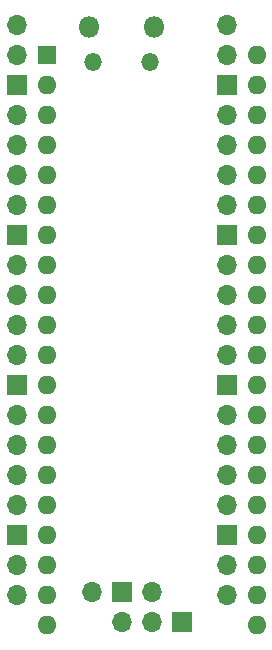
<source format=gbr>
%TF.GenerationSoftware,KiCad,Pcbnew,(5.1.9)-1*%
%TF.CreationDate,2021-10-31T23:11:17+08:00*%
%TF.ProjectId,PinRemapInterposer,50696e52-656d-4617-9049-6e746572706f,rev?*%
%TF.SameCoordinates,Original*%
%TF.FileFunction,Soldermask,Bot*%
%TF.FilePolarity,Negative*%
%FSLAX46Y46*%
G04 Gerber Fmt 4.6, Leading zero omitted, Abs format (unit mm)*
G04 Created by KiCad (PCBNEW (5.1.9)-1) date 2021-10-31 23:11:17*
%MOMM*%
%LPD*%
G01*
G04 APERTURE LIST*
%ADD10O,1.700000X1.700000*%
%ADD11R,1.700000X1.700000*%
%ADD12O,1.500000X1.500000*%
%ADD13O,1.800000X1.800000*%
%ADD14O,1.600000X1.600000*%
%ADD15R,1.600000X1.600000*%
G04 APERTURE END LIST*
D10*
%TO.C,J2*%
X143510000Y-161060000D03*
X146050000Y-161060000D03*
D11*
X148590000Y-161060000D03*
%TD*%
D10*
%TO.C,U5*%
X146050000Y-158520000D03*
D11*
X143510000Y-158520000D03*
D10*
X140970000Y-158520000D03*
D12*
X145935000Y-113650000D03*
X141085000Y-113650000D03*
D13*
X146235000Y-110620000D03*
X140785000Y-110620000D03*
D10*
X152400000Y-110490000D03*
X152400000Y-113030000D03*
D11*
X152400000Y-115570000D03*
D10*
X152400000Y-118110000D03*
X152400000Y-120650000D03*
X152400000Y-123190000D03*
X152400000Y-125730000D03*
D11*
X152400000Y-128270000D03*
D10*
X152400000Y-130810000D03*
X152400000Y-133350000D03*
X152400000Y-135890000D03*
X152400000Y-138430000D03*
D11*
X152400000Y-140970000D03*
D10*
X152400000Y-143510000D03*
X152400000Y-146050000D03*
X152400000Y-148590000D03*
X152400000Y-151130000D03*
D11*
X152400000Y-153670000D03*
D10*
X152400000Y-156210000D03*
X152400000Y-158750000D03*
X134620000Y-158750000D03*
X134620000Y-156210000D03*
D11*
X134620000Y-153670000D03*
D10*
X134620000Y-151130000D03*
X134620000Y-148590000D03*
X134620000Y-146050000D03*
X134620000Y-143510000D03*
D11*
X134620000Y-140970000D03*
D10*
X134620000Y-138430000D03*
X134620000Y-135890000D03*
X134620000Y-133350000D03*
X134620000Y-130810000D03*
D11*
X134620000Y-128270000D03*
D10*
X134620000Y-125730000D03*
X134620000Y-123190000D03*
X134620000Y-120650000D03*
X134620000Y-118110000D03*
D11*
X134620000Y-115570000D03*
D10*
X134620000Y-113030000D03*
X134620000Y-110490000D03*
%TD*%
D14*
%TO.C,J1*%
X154940000Y-113030000D03*
X137160000Y-161290000D03*
X154940000Y-115570000D03*
X137160000Y-158750000D03*
X154940000Y-118110000D03*
X137160000Y-156210000D03*
X154940000Y-120650000D03*
X137160000Y-153670000D03*
X154940000Y-123190000D03*
X137160000Y-151130000D03*
X154940000Y-125730000D03*
X137160000Y-148590000D03*
X154940000Y-128270000D03*
X137160000Y-146050000D03*
X154940000Y-130810000D03*
X137160000Y-143510000D03*
X154940000Y-133350000D03*
X137160000Y-140970000D03*
X154940000Y-135890000D03*
X137160000Y-138430000D03*
X154940000Y-138430000D03*
X137160000Y-135890000D03*
X154940000Y-140970000D03*
X137160000Y-133350000D03*
X154940000Y-143510000D03*
X137160000Y-130810000D03*
X154940000Y-146050000D03*
X137160000Y-128270000D03*
X154940000Y-148590000D03*
X137160000Y-125730000D03*
X154940000Y-151130000D03*
X137160000Y-123190000D03*
X154940000Y-153670000D03*
X137160000Y-120650000D03*
X154940000Y-156210000D03*
X137160000Y-118110000D03*
X154940000Y-158750000D03*
X137160000Y-115570000D03*
X154940000Y-161290000D03*
D15*
X137160000Y-113030000D03*
%TD*%
M02*

</source>
